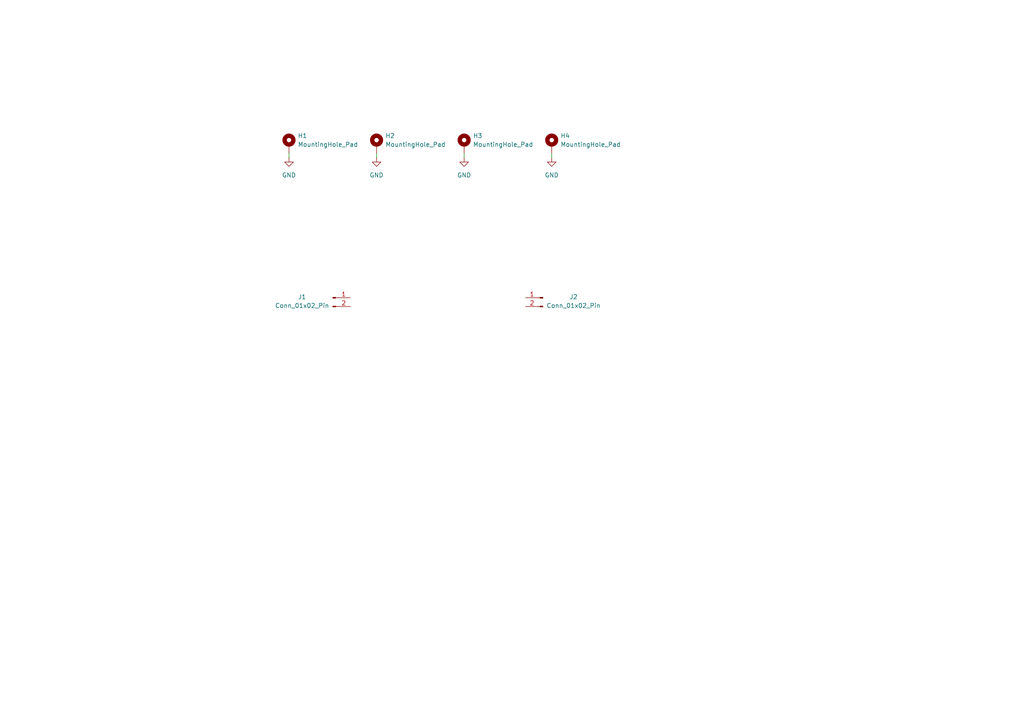
<source format=kicad_sch>
(kicad_sch (version 20250114) (generator "eeschema") (generator_version "9.0")
  (paper "A4")
  (lib_symbols
    (symbol "Connector:Conn_01x02_Pin" (pin_names (offset 1.016) (hide yes))
      (property "Reference" "J" (at 0 2.54 0))
      (property "Value" "Conn_01x02_Pin" (at 0 -5.08 0))
      (symbol "Conn_01x02_Pin_1_1"
        (rectangle (start 0.8636 0.127) (end 0 -0.127) (stroke (width 0.1524)) (fill (type outline)))
        (rectangle (start 0.8636 -2.413) (end 0 -2.667) (stroke (width 0.1524)) (fill (type outline)))
        (polyline (pts (xy 1.27 0) (xy 0.8636 0)) (stroke (width 0.1524)))
        (polyline (pts (xy 1.27 -2.54) (xy 0.8636 -2.54)) (stroke (width 0.1524)))
        (pin passive line (at 5.08 0 180) (length 3.81) (name "Pin_1") (number "1"))
        (pin passive line (at 5.08 -2.54 180) (length 3.81) (name "Pin_2") (number "2"))
      )
    )
    (symbol "Mechanical:MountingHole_Pad" (pin_numbers (hide yes)) (pin_names (offset 1.016) (hide yes)) (in_bom no)
      (property "Reference" "H" (at 0 6.35 0))
      (property "Value" "MountingHole_Pad" (at 0 4.445 0))
      (symbol "MountingHole_Pad_0_1"
        (circle (center 0 1.27) (radius 1.27) (stroke (width 1.27)))
      )
      (symbol "MountingHole_Pad_1_1"
        (pin input line (at 0 -2.54 90) (length 2.54) (name "1") (number "1"))
      )
    )
    (symbol "power:GND" (power) (pin_numbers (hide yes)) (pin_names (offset 0) (hide yes))
      (property "Value" "GND" (at 0 -3.81 0))
      (symbol "GND_0_1"
        (polyline (pts (xy 0 0) (xy 0 -1.27) (xy 1.27 -1.27) (xy 0 -2.54) (xy -1.27 -1.27) (xy 0 -1.27)))
      )
      (symbol "GND_1_1"
        (pin power_in line (at 0 0 270) (length 0) (name "~") (number "1"))
      )
    )
  )
  (wire (pts (xy 109.22 44.45) (xy 109.22 45.72)))
  (wire (pts (xy 83.82 44.45) (xy 83.82 45.72)))
  (wire (pts (xy 160.02 44.45) (xy 160.02 45.72)))
  (wire (pts (xy 134.62 44.45) (xy 134.62 45.72)))
  (symbol (lib_id "Mechanical:MountingHole_Pad") (at 134.62 41.91 0) (unit 1) (in_bom no)
    (property "Reference" "H3" (at 137.16 39.3699 0) (effects (justify left)))
    (property "Value" "MountingHole_Pad" (at 137.16 41.9099 0) (effects (justify left)))
    (property "Footprint" "MountingHole:MountingHole_3.2mm_M3_Pad_Via" (effects (hide yes)))
    (property "Description" "Mounting Hole with connection" (effects (hide yes)))
  )
  (symbol (lib_id "Mechanical:MountingHole_Pad") (at 109.22 41.91 0) (unit 1) (in_bom no)
    (property "Reference" "H2" (at 111.76 39.3699 0) (effects (justify left)))
    (property "Value" "MountingHole_Pad" (at 111.76 41.9099 0) (effects (justify left)))
    (property "Footprint" "MountingHole:MountingHole_3.2mm_M3_Pad_Via" (effects (hide yes)))
    (property "Description" "Mounting Hole with connection" (effects (hide yes)))
  )
  (symbol (lib_id "Connector:Conn_01x02_Pin") (at 157.48 86.36 0) (mirror y) (unit 1)
    (property "Reference" "J2" (at 166.37 86.106 0))
    (property "Value" "Conn_01x02_Pin" (at 166.37 88.646 0))
    (property "Footprint" "Connector_Phoenix_GMSTB:PhoenixContact_GMSTBA_2,5_2-G-7,62_1x02_P7.62mm_Horizontal" (effects (hide yes)))
    (property "Description" "Generic connector, single row, 01x02, script generated" (effects (hide yes)))
  )
  (symbol (lib_id "power:GND") (at 160.02 45.72 0) (unit 1)
    (property "Reference" "#PWR04" (effects (hide yes)))
    (property "Value" "GND" (at 160.02 50.8 0))
    (property "Description" "Power symbol creates a global label with name \"GND\" , ground" (effects (hide yes)))
  )
  (symbol (lib_id "Connector:Conn_01x02_Pin") (at 96.52 86.36 0) (unit 1)
    (property "Reference" "J1" (at 87.63 86.106 0))
    (property "Value" "Conn_01x02_Pin" (at 87.63 88.646 0))
    (property "Footprint" "Connector_Phoenix_GMSTB:PhoenixContact_GMSTBA_2,5_2-G-7,62_1x02_P7.62mm_Horizontal" (effects (hide yes)))
    (property "Description" "Generic connector, single row, 01x02, script generated" (effects (hide yes)))
  )
  (symbol (lib_id "power:GND") (at 109.22 45.72 0) (unit 1)
    (property "Reference" "#PWR02" (effects (hide yes)))
    (property "Value" "GND" (at 109.22 50.8 0))
    (property "Description" "Power symbol creates a global label with name \"GND\" , ground" (effects (hide yes)))
  )
  (symbol (lib_id "power:GND") (at 83.82 45.72 0) (unit 1)
    (property "Reference" "#PWR01" (effects (hide yes)))
    (property "Value" "GND" (at 83.82 50.8 0))
    (property "Description" "Power symbol creates a global label with name \"GND\" , ground" (effects (hide yes)))
  )
  (symbol (lib_id "Mechanical:MountingHole_Pad") (at 83.82 41.91 0) (unit 1) (in_bom no)
    (property "Reference" "H1" (at 86.36 39.3699 0) (effects (justify left)))
    (property "Value" "MountingHole_Pad" (at 86.36 41.9099 0) (effects (justify left)))
    (property "Footprint" "MountingHole:MountingHole_3.2mm_M3_Pad_Via" (effects (hide yes)))
    (property "Description" "Mounting Hole with connection" (effects (hide yes)))
  )
  (symbol (lib_id "power:GND") (at 134.62 45.72 0) (unit 1)
    (property "Reference" "#PWR03" (effects (hide yes)))
    (property "Value" "GND" (at 134.62 50.8 0))
    (property "Description" "Power symbol creates a global label with name \"GND\" , ground" (effects (hide yes)))
  )
  (symbol (lib_id "Mechanical:MountingHole_Pad") (at 160.02 41.91 0) (unit 1) (in_bom no)
    (property "Reference" "H4" (at 162.56 39.3699 0) (effects (justify left)))
    (property "Value" "MountingHole_Pad" (at 162.56 41.9099 0) (effects (justify left)))
    (property "Footprint" "MountingHole:MountingHole_3.2mm_M3_Pad_Via" (effects (hide yes)))
    (property "Description" "Mounting Hole with connection" (effects (hide yes)))
  )
)
</source>
